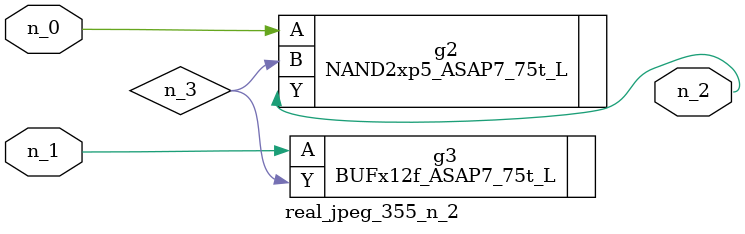
<source format=v>
module real_jpeg_355_n_2 (n_1, n_0, n_2);

input n_1;
input n_0;

output n_2;

wire n_3;

NAND2xp5_ASAP7_75t_L g2 ( 
.A(n_0),
.B(n_3),
.Y(n_2)
);

BUFx12f_ASAP7_75t_L g3 ( 
.A(n_1),
.Y(n_3)
);


endmodule
</source>
